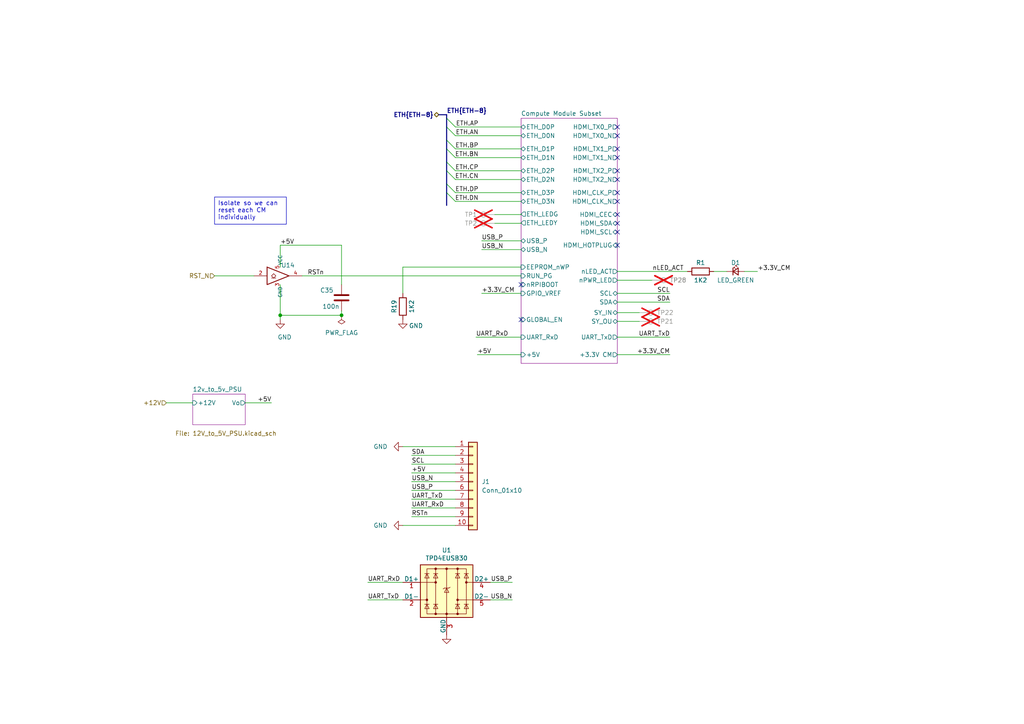
<source format=kicad_sch>
(kicad_sch (version 20231120) (generator "eeschema") (generator_version "8.0")
  (paper "A4")
  (title_block (title "Hexa-Pi") (date "2024-01/02") (rev "1.0") (company "Coxyz") (comment 1 "fjc"))
  (lib_symbols
    (symbol "CM4IO:74LVC1G07_copy"
      (property "Reference" "U" (at -2.54 3.81 0))
      (property "Value" "74LVC1G07_copy" (at 0 -3.81 0))
      (symbol "74LVC1G07_copy_0_1"
        (polyline (pts (xy -2.54 -0.635) (xy -1.27 -0.635)))
        (polyline (pts (xy -3.81 2.54) (xy -3.81 -2.54) (xy 2.54 0) (xy -3.81 2.54)) (stroke (width 0.254)))
        (polyline (pts (xy -1.905 0.635) (xy -2.54 0) (xy -1.905 -0.635) (xy -1.27 0) (xy -1.905 0.635)))
      )
      (symbol "74LVC1G07_copy_1_1"
        (pin input line (at -7.62 0 0) (length 3.81) (name "~") (number "2"))
        (pin power_in line (at 0 -2.54 270) (length 0) (name "GND") (number "3"))
        (pin open_collector line (at 6.35 0 180) (length 3.81) (name "~") (number "4"))
        (pin power_in line (at 0 2.54 90) (length 0) (name "VCC") (number "5"))
      )
    )
    (symbol "CM4IO:TPD4EUSB30" (pin_names (offset 0))
      (property "Reference" "U" (at -0.635 8.89 0))
      (property "Value" "TPD4EUSB30" (at 8.89 -10.16 0))
      (symbol "TPD4EUSB30_0_0"
        (rectangle (start -5.715 6.477) (end 5.715 -6.604))
        (polyline (pts (xy -3.175 -6.604) (xy -3.175 6.477)))
        (polyline (pts (xy 0 6.477) (xy 0 -6.604)))
        (polyline (pts (xy 3.175 6.477) (xy 3.175 -6.604)))
      )
      (symbol "TPD4EUSB30_0_1"
        (rectangle (start -7.62 7.62) (end 7.62 -7.62) (stroke (width 0.254)) (fill (type background)))
        (circle (center -5.715 -2.54) (radius 0.2794) (fill (type outline)))
        (circle (center -3.175 -6.604) (radius 0.2794) (fill (type outline)))
        (circle (center -3.175 2.54) (radius 0.2794) (fill (type outline)))
        (circle (center -3.175 6.477) (radius 0.2794) (fill (type outline)))
        (circle (center 0 -6.604) (radius 0.2794) (fill (type outline)))
        (polyline (pts (xy -7.747 2.54) (xy -3.175 2.54)))
        (polyline (pts (xy -7.62 -2.54) (xy -5.715 -2.54)))
        (polyline (pts (xy -5.08 -3.81) (xy -6.35 -3.81)))
        (polyline (pts (xy -5.08 5.08) (xy -6.35 5.08)))
        (polyline (pts (xy -2.54 -3.81) (xy -3.81 -3.81)))
        (polyline (pts (xy -2.54 5.08) (xy -3.81 5.08)))
        (polyline (pts (xy -0.635 0.889) (xy -1.016 0.635)))
        (polyline (pts (xy 0 -6.604) (xy 0 -7.62)))
        (polyline (pts (xy 0.635 0.889) (xy -0.635 0.889)))
        (polyline (pts (xy 0.635 0.889) (xy 1.016 1.143)))
        (polyline (pts (xy 3.81 -3.81) (xy 2.54 -3.81)))
        (polyline (pts (xy 3.81 5.08) (xy 2.54 5.08)))
        (polyline (pts (xy 6.35 -3.81) (xy 5.08 -3.81)))
        (polyline (pts (xy 6.35 5.08) (xy 5.08 5.08)))
        (polyline (pts (xy 7.62 -2.54) (xy 3.175 -2.54)))
        (polyline (pts (xy 7.62 2.54) (xy 5.715 2.54)))
        (polyline (pts (xy -5.08 -5.08) (xy -6.35 -5.08) (xy -5.715 -3.81) (xy -5.08 -5.08)))
        (polyline (pts (xy -5.08 3.81) (xy -6.35 3.81) (xy -5.715 5.08) (xy -5.08 3.81)))
        (polyline (pts (xy -2.54 -5.08) (xy -3.81 -5.08) (xy -3.175 -3.81) (xy -2.54 -5.08)))
        (polyline (pts (xy -2.54 3.81) (xy -3.81 3.81) (xy -3.175 5.08) (xy -2.54 3.81)))
        (polyline (pts (xy 0.635 -0.381) (xy -0.635 -0.381) (xy 0 0.889) (xy 0.635 -0.381)))
        (polyline (pts (xy 3.81 -5.08) (xy 2.54 -5.08) (xy 3.175 -3.81) (xy 3.81 -5.08)))
        (polyline (pts (xy 3.81 3.81) (xy 2.54 3.81) (xy 3.175 5.08) (xy 3.81 3.81)))
        (polyline (pts (xy 6.35 -5.08) (xy 5.08 -5.08) (xy 5.715 -3.81) (xy 6.35 -5.08)))
        (polyline (pts (xy 6.35 3.81) (xy 5.08 3.81) (xy 5.715 5.08) (xy 6.35 3.81)))
        (circle (center 0 6.477) (radius 0.2794) (fill (type outline)))
        (circle (center 3.175 -6.604) (radius 0.2794) (fill (type outline)))
        (circle (center 3.175 -2.54) (radius 0.2794) (fill (type outline)))
        (circle (center 3.175 6.477) (radius 0.2794) (fill (type outline)))
        (circle (center 5.715 2.54) (radius 0.2794) (fill (type outline)))
      )
      (symbol "TPD4EUSB30_1_1"
        (pin passive line (at -12.7 2.54 0) (length 5.08) (name "D1+") (number "1"))
        (pin passive line (at -12.7 2.54 0) (length 5.08) hide (name "~") (number "10"))
        (pin passive line (at -12.7 -2.54 0) (length 5.08) (name "D1-") (number "2"))
        (pin power_in line (at 0 -12.7 90) (length 5.08) (name "GND") (number "3"))
        (pin passive line (at 12.7 2.54 180) (length 5.08) (name "D2+") (number "4"))
        (pin passive line (at 12.7 -2.54 180) (length 5.08) (name "D2-") (number "5"))
        (pin passive line (at 12.7 -2.54 180) (length 5.08) hide (name "~") (number "6"))
        (pin passive line (at 12.7 2.54 180) (length 5.08) hide (name "~") (number "7"))
        (pin passive line (at 0 -12.7 90) (length 5.08) hide (name "GND") (number "8"))
        (pin passive line (at -12.7 -2.54 0) (length 5.08) hide (name "~") (number "9"))
      )
    )
    (symbol "Connector:TestPoint" (pin_numbers hide) (pin_names (offset 0.762) hide)
      (property "Reference" "TP" (at 0 6.858 0))
      (property "Value" "TestPoint" (at 0 5.08 0))
      (symbol "TestPoint_0_1"
        (circle (center 0 3.302) (radius 0.762))
      )
      (symbol "TestPoint_1_1"
        (pin passive line (at 0 0 90) (length 2.54) (name "1") (number "1"))
      )
    )
    (symbol "Connector_Generic:Conn_01x10" (pin_names (offset 1.016) hide)
      (property "Reference" "J" (at 0 12.7 0))
      (property "Value" "Conn_01x10" (at 0 -15.24 0))
      (symbol "Conn_01x10_1_1"
        (rectangle (start -1.27 -12.573) (end 0 -12.827) (stroke (width 0.1524)))
        (rectangle (start -1.27 -10.033) (end 0 -10.287) (stroke (width 0.1524)))
        (rectangle (start -1.27 -7.493) (end 0 -7.747) (stroke (width 0.1524)))
        (rectangle (start -1.27 -4.953) (end 0 -5.207) (stroke (width 0.1524)))
        (rectangle (start -1.27 -2.413) (end 0 -2.667) (stroke (width 0.1524)))
        (rectangle (start -1.27 0.127) (end 0 -0.127) (stroke (width 0.1524)))
        (rectangle (start -1.27 2.667) (end 0 2.413) (stroke (width 0.1524)))
        (rectangle (start -1.27 5.207) (end 0 4.953) (stroke (width 0.1524)))
        (rectangle (start -1.27 7.747) (end 0 7.493) (stroke (width 0.1524)))
        (rectangle (start -1.27 10.287) (end 0 10.033) (stroke (width 0.1524)))
        (rectangle (start -1.27 11.43) (end 1.27 -13.97) (stroke (width 0.254)) (fill (type background)))
        (pin passive line (at -5.08 10.16 0) (length 3.81) (name "Pin_1") (number "1"))
        (pin passive line (at -5.08 -12.7 0) (length 3.81) (name "Pin_10") (number "10"))
        (pin passive line (at -5.08 7.62 0) (length 3.81) (name "Pin_2") (number "2"))
        (pin passive line (at -5.08 5.08 0) (length 3.81) (name "Pin_3") (number "3"))
        (pin passive line (at -5.08 2.54 0) (length 3.81) (name "Pin_4") (number "4"))
        (pin passive line (at -5.08 0 0) (length 3.81) (name "Pin_5") (number "5"))
        (pin passive line (at -5.08 -2.54 0) (length 3.81) (name "Pin_6") (number "6"))
        (pin passive line (at -5.08 -5.08 0) (length 3.81) (name "Pin_7") (number "7"))
        (pin passive line (at -5.08 -7.62 0) (length 3.81) (name "Pin_8") (number "8"))
        (pin passive line (at -5.08 -10.16 0) (length 3.81) (name "Pin_9") (number "9"))
      )
    )
    (symbol "Device:C" (pin_numbers hide) (pin_names (offset 0.254))
      (property "Reference" "C" (at 0.635 2.54 0))
      (property "Value" "C" (at 0.635 -2.54 0))
      (symbol "C_0_1"
        (polyline (pts (xy -2.032 -0.762) (xy 2.032 -0.762)) (stroke (width 0.508)))
        (polyline (pts (xy -2.032 0.762) (xy 2.032 0.762)) (stroke (width 0.508)))
      )
      (symbol "C_1_1"
        (pin passive line (at 0 3.81 270) (length 2.794) (name "~") (number "1"))
        (pin passive line (at 0 -3.81 90) (length 2.794) (name "~") (number "2"))
      )
    )
    (symbol "Device:LED_Small" (pin_numbers hide) (pin_names (offset 0.254) hide)
      (property "Reference" "D" (at -1.27 3.175 0))
      (property "Value" "LED_Small" (at -4.445 -2.54 0))
      (symbol "LED_Small_0_1"
        (polyline (pts (xy -0.762 -1.016) (xy -0.762 1.016)) (stroke (width 0.254)))
        (polyline (pts (xy 1.016 0) (xy -0.762 0)))
        (polyline (pts (xy 0.762 -1.016) (xy -0.762 0) (xy 0.762 1.016) (xy 0.762 -1.016)) (stroke (width 0.254)))
        (polyline (pts (xy 0 0.762) (xy -0.508 1.27) (xy -0.254 1.27) (xy -0.508 1.27) (xy -0.508 1.016)))
        (polyline (pts (xy 0.508 1.27) (xy 0 1.778) (xy 0.254 1.778) (xy 0 1.778) (xy 0 1.524)))
      )
      (symbol "LED_Small_1_1"
        (pin passive line (at -2.54 0 0) (length 1.778) (name "K") (number "1"))
        (pin passive line (at 2.54 0 180) (length 1.778) (name "A") (number "2"))
      )
    )
    (symbol "Device:R" (pin_numbers hide) (pin_names (offset 0))
      (property "Reference" "R" (at 2.032 0 90))
      (property "Value" "R" (at 0 0 90))
      (symbol "R_0_1"
        (rectangle (start -1.016 -2.54) (end 1.016 2.54) (stroke (width 0.254)))
      )
      (symbol "R_1_1"
        (pin passive line (at 0 3.81 270) (length 1.27) (name "~") (number "1"))
        (pin passive line (at 0 -3.81 90) (length 1.27) (name "~") (number "2"))
      )
    )
    (symbol "power:GND" (power) (pin_names (offset 0))
      (property "Value" "GND" (at 0 -3.81 0))
      (symbol "GND_0_1"
        (polyline (pts (xy 0 0) (xy 0 -1.27) (xy 1.27 -1.27) (xy 0 -2.54) (xy -1.27 -1.27) (xy 0 -1.27)))
      )
      (symbol "GND_1_1"
        (pin power_in line (at 0 0 270) (length 0) hide (name "GND") (number "1"))
      )
    )
    (symbol "power:PWR_FLAG" (power) (pin_numbers hide) (pin_names (offset 0) hide)
      (property "Value" "PWR_FLAG" (at 0 3.81 0))
      (symbol "PWR_FLAG_0_0"
        (pin power_out line (at 0 0 90) (length 0) (name "pwr") (number "1"))
      )
      (symbol "PWR_FLAG_0_1"
        (polyline (pts (xy 0 0) (xy 0 1.27) (xy -1.016 1.905) (xy 0 2.54) (xy 1.016 1.905) (xy 0 1.27)))
      )
    )
  )
  (bus_alias "ETH-8" (members "AP" "AN" "BP" "BN" "CP" "CN" "DP" "DN"))
  (junction (at 81.28 91.44))
  (junction (at 99.06 91.44))
  (no_connect (at 179.07 64.77))
  (no_connect (at 151.13 92.71))
  (no_connect (at 179.07 67.31))
  (no_connect (at 179.07 36.83))
  (no_connect (at 179.07 71.12))
  (no_connect (at 179.07 55.88))
  (no_connect (at 179.07 49.53))
  (no_connect (at 151.13 82.55))
  (no_connect (at 179.07 43.18))
  (no_connect (at 179.07 45.72))
  (no_connect (at 179.07 62.23))
  (no_connect (at 179.07 39.37))
  (no_connect (at 179.07 52.07))
  (no_connect (at 179.07 58.42))
  (bus_entry (at 129.54 40.64) (size 2.54 2.54))
  (bus_entry (at 129.54 49.53) (size 2.54 2.54))
  (bus_entry (at 129.54 53.34) (size 2.54 2.54))
  (bus_entry (at 129.54 43.18) (size 2.54 2.54))
  (bus_entry (at 129.54 34.29) (size 2.54 2.54))
  (bus_entry (at 129.54 36.83) (size 2.54 2.54))
  (bus_entry (at 129.54 55.88) (size 2.54 2.54))
  (bus_entry (at 129.54 46.99) (size 2.54 2.54))
  (bus (pts (xy 129.54 53.34) (xy 129.54 55.88)))
  (wire (pts (xy 132.08 49.53) (xy 151.13 49.53)))
  (wire (pts (xy 119.38 139.7) (xy 132.08 139.7)))
  (wire (pts (xy 99.06 90.17) (xy 99.06 91.44)))
  (wire (pts (xy 179.07 85.09) (xy 194.31 85.09)))
  (wire (pts (xy 142.24 168.91) (xy 148.59 168.91)))
  (wire (pts (xy 179.07 102.87) (xy 194.31 102.87)))
  (wire (pts (xy 81.28 77.47) (xy 81.28 71.12)))
  (wire (pts (xy 119.38 134.62) (xy 132.08 134.62)))
  (wire (pts (xy 116.84 77.47) (xy 116.84 85.09)))
  (wire (pts (xy 142.24 173.99) (xy 148.59 173.99)))
  (wire (pts (xy 119.38 149.86) (xy 132.08 149.86)))
  (wire (pts (xy 215.9 78.74) (xy 219.71 78.74)))
  (wire (pts (xy 62.23 80.01) (xy 73.66 80.01)))
  (wire (pts (xy 143.51 62.23) (xy 151.13 62.23)))
  (wire (pts (xy 81.28 82.55) (xy 81.28 91.44)))
  (wire (pts (xy 132.08 39.37) (xy 151.13 39.37)))
  (wire (pts (xy 99.06 91.44) (xy 81.28 91.44)))
  (bus (pts (xy 129.54 46.99) (xy 129.54 49.53)))
  (bus (pts (xy 129.54 43.18) (xy 129.54 46.99)))
  (wire (pts (xy 99.06 82.55) (xy 99.06 71.12)))
  (wire (pts (xy 132.08 36.83) (xy 151.13 36.83)))
  (wire (pts (xy 210.82 78.74) (xy 207.01 78.74)))
  (wire (pts (xy 139.7 69.85) (xy 151.13 69.85)))
  (wire (pts (xy 189.1646 81.28) (xy 189.1646 81.2641)))
  (wire (pts (xy 179.07 78.74) (xy 199.39 78.74)))
  (wire (pts (xy 119.38 144.78) (xy 132.08 144.78)))
  (wire (pts (xy 132.08 52.07) (xy 151.13 52.07)))
  (wire (pts (xy 116.84 129.54) (xy 132.08 129.54)))
  (wire (pts (xy 81.28 91.44) (xy 81.28 92.71)))
  (wire (pts (xy 179.07 81.28) (xy 189.1646 81.28)))
  (wire (pts (xy 71.12 116.84) (xy 78.74 116.84)))
  (bus (pts (xy 129.54 33.274) (xy 129.54 34.29)))
  (bus (pts (xy 129.54 55.88) (xy 129.54 59.563)))
  (wire (pts (xy 139.7 72.39) (xy 151.13 72.39)))
  (wire (pts (xy 106.68 173.99) (xy 116.84 173.99)))
  (wire (pts (xy 116.84 152.4) (xy 132.08 152.4)))
  (wire (pts (xy 116.84 77.47) (xy 151.13 77.47)))
  (wire (pts (xy 119.38 147.32) (xy 132.08 147.32)))
  (wire (pts (xy 179.07 93.218) (xy 185.42 93.218)))
  (wire (pts (xy 48.26 116.84) (xy 55.88 116.84)))
  (wire (pts (xy 132.08 43.18) (xy 151.13 43.18)))
  (wire (pts (xy 119.38 137.16) (xy 132.08 137.16)))
  (wire (pts (xy 132.08 45.72) (xy 151.13 45.72)))
  (wire (pts (xy 179.07 97.79) (xy 194.31 97.79)))
  (bus (pts (xy 129.54 34.29) (xy 129.54 36.83)))
  (wire (pts (xy 138.049 97.79) (xy 151.13 97.79)))
  (bus (pts (xy 129.54 36.83) (xy 129.54 40.64)))
  (wire (pts (xy 138.43 102.87) (xy 151.13 102.87)))
  (wire (pts (xy 151.13 62.23) (xy 151.13 62.103)))
  (wire (pts (xy 119.38 132.08) (xy 132.08 132.08)))
  (wire (pts (xy 143.51 64.77) (xy 151.13 64.77)))
  (wire (pts (xy 119.38 142.24) (xy 132.08 142.24)))
  (wire (pts (xy 139.7 85.09) (xy 151.13 85.09)))
  (bus (pts (xy 127.254 33.274) (xy 129.54 33.274)))
  (wire (pts (xy 151.13 64.77) (xy 151.13 64.643)))
  (wire (pts (xy 132.08 55.88) (xy 151.13 55.88)))
  (wire (pts (xy 99.06 71.12) (xy 81.28 71.12)))
  (wire (pts (xy 87.63 80.01) (xy 151.13 80.01)))
  (wire (pts (xy 132.08 58.42) (xy 151.13 58.42)))
  (wire (pts (xy 179.07 87.63) (xy 194.31 87.63)))
  (bus (pts (xy 129.54 40.64) (xy 129.54 43.18)))
  (bus (pts (xy 129.54 49.53) (xy 129.54 53.34)))
  (wire (pts (xy 106.68 168.91) (xy 116.84 168.91)))
  (wire (pts (xy 179.07 90.678) (xy 185.42 90.678)))
  (text_box "Isolate so we can\nreset each CM individually" (at 62.23 57.15 0) (size 20.828 7.874) (effects (font (size 1.27 1.27)) (justify left top)))
  (label "ETH.BP" (at 138.811 43.18 180))
  (label "USB_N" (at 139.7 72.39 0))
  (label "UART_RxD" (at 119.38 147.32 0))
  (label "ETH.BN" (at 138.811 45.72 180))
  (label "+3.3V_CM" (at 194.31 102.87 180))
  (label "UART_RxD" (at 106.68 168.91 0))
  (label "UART_TxD" (at 106.68 173.99 0))
  (label "+3.3V_CM" (at 139.7 85.09 0))
  (label "+5V" (at 119.38 137.16 0))
  (label "USB_N" (at 148.59 173.99 180))
  (label "ETH{ETH-8}" (at 129.54 33.274 0) (effects (font (bold yes))))
  (label "SCL" (at 194.31 85.09 180))
  (label "USB_P" (at 148.59 168.91 180))
  (label "+5V" (at 81.28 71.12 0))
  (label "ETH.DP" (at 138.811 55.88 180))
  (label "UART_TxD" (at 119.38 144.78 0))
  (label "+3.3V_CM" (at 219.71 78.74 0))
  (label "RSTn" (at 119.38 149.86 0))
  (label "USB_P" (at 139.7 69.85 0))
  (label "nLED_ACT" (at 189.23 78.74 0))
  (label "SDA" (at 119.38 132.08 0))
  (label "SDA" (at 194.31 87.63 180))
  (label "ETH.DN" (at 138.811 58.42 180))
  (label "USB_P" (at 119.38 142.24 0))
  (label "ETH.AP" (at 138.811 36.83 180))
  (label "ETH.AN" (at 138.811 39.37 180))
  (label "+5V" (at 138.43 102.87 0))
  (label "SCL" (at 119.38 134.62 0))
  (label "+5V" (at 78.74 116.84 180))
  (label "ETH.CN" (at 138.811 52.07 180))
  (label "RSTn" (at 93.98 80.01 180))
  (label "UART_RxD" (at 138.049 97.79 0))
  (label "ETH.CP" (at 138.811 49.53 180))
  (label "UART_TxD" (at 194.31 97.79 180))
  (label "USB_N" (at 119.38 139.7 0))
  (hierarchical_label "ETH{ETH-8}" (shape bidirectional) (at 127.254 33.274 180) (effects (font (bold yes))))
  (hierarchical_label "+12V" (shape input) (at 48.26 116.84 180))
  (hierarchical_label "RST_N" (shape input) (at 62.23 80.01 180))
  (symbol (lib_id "Device:R") (at 203.2 78.74 90) (unit 1)
    (property "Reference" "R1" (at 203.2 76.2 90))
    (property "Value" "1K2" (at 203.2 81.28 90))
    (property "Footprint" "Resistor_SMD:R_0603_1608Metric" (effects (hide yes)))
    (property "LCSC Part #" "C22765" (effects (hide yes)))
    (property "Part Description" "100mW ±1% 1.2kΩ 0603 Chip Resistor - Surface Mount" (effects (hide yes)))
    (instances (project "Hexa-Pi_1.1" (path "" (reference "R1") (unit 1)) (path "" (reference "R2") (unit 1)) (path "" (reference "R4") (unit 1)) (path "" (reference "R5") (unit 1)) (path "" (reference "R3") (unit 1))))
  )
  (symbol (lib_id "CM4IO:74LVC1G07_copy") (at 81.28 80.01 0) (unit 1)
    (property "Reference" "U14" (at 83.528 76.9303 0))
    (property "Value" "74LVC1G07SE-7" (effects (hide yes)))
    (property "Footprint" "Package_TO_SOT_SMD:SOT-353_SC-70-5" (effects (hide yes)))
    (property "Datasheet" "https://www.diodes.com/assets/Datasheets/74LVC1G07.pdf" (effects (hide yes)))
    (property "LCSC Part #" "C7830" (effects (hide yes)))
    (property "Part Description" "1 32mA 1.65V~5.5V 1 SC-70-5 Open Drain Buffer" (effects (hide yes)))
    (instances (project "Hexa-Pi_1.1" (path "" (reference "U14") (unit 1)) (path "" (reference "U15") (unit 1)) (path "" (reference "U21") (unit 1)) (path "" (reference "U11") (unit 1)) (path "" (reference "U9") (unit 1))))
  )
  (symbol (lib_id "power:GND") (at 116.84 92.71 0) (unit 1)
    (property "Reference" "#PWR03" (effects (hide yes)))
    (property "Value" "GND" (at 120.65 94.488 0))
    (instances (project "Hexa-Pi_1.1" (path "" (reference "#PWR03") (unit 1)) (path "" (reference "#PWR095") (unit 1)) (path "" (reference "#PWR087") (unit 1)) (path "" (reference "#PWR076") (unit 1)) (path "" (reference "#PWR063") (unit 1))))
  )
  (symbol (lib_id "Device:LED_Small") (at 213.36 78.74 0) (unit 1)
    (property "Reference" "D1" (at 213.36 76.2 0))
    (property "Value" "LED_GREEN" (at 213.36 81.28 0))
    (property "Footprint" "LED_SMD:LED_0603_1608Metric_Pad1.05x0.95mm_HandSolder" (effects (hide yes)))
    (property "Datasheet" "https://katalog.we.org" (effects (hide yes)))
    (property "LCSC Part #" "  C965805" (effects (hide yes)))
    (property "Part Description" "Emerald 0603 Light Emitting Diode" (effects (hide yes)))
    (instances (project "Hexa-Pi_1.1" (path "" (reference "D1") (unit 1)) (path "" (reference "D2") (unit 1)) (path "" (reference "D4") (unit 1)) (path "" (reference "D5") (unit 1)) (path "" (reference "D3") (unit 1))))
  )
  (symbol (lib_id "Connector:TestPoint") (at 143.51 62.23 90) (unit 1) (dnp yes)
    (property "Reference" "TP1" (at 138.43 62.23 90) (effects (justify left)))
    (property "Value" "SY_IN" (effects (hide yes)))
    (property "Footprint" "TestPoint:TestPoint_Pad_D1.0mm" (effects (hide yes)))
    (property "LCSC Part #" "DNP" (effects (hide yes)))
    (property "Part Description" "testpoint" (effects (hide yes)))
    (property "Special" "DNP" (effects (hide yes)))
    (instances (project "Hexa-Pi_1.1" (path "" (reference "TP1") (unit 1)) (path "" (reference "TP11") (unit 1)) (path "" (reference "TP9") (unit 1)) (path "" (reference "TP3") (unit 1)) (path "" (reference "TP5") (unit 1))))
  )
  (symbol (lib_id "power:GND") (at 116.84 129.54 270) (mirror x) (unit 1)
    (property "Reference" "#PWR011" (effects (hide yes)))
    (property "Value" "GND" (at 110.363 129.54 90))
    (instances (project "Hexa-Pi_1.1" (path "" (reference "#PWR011") (unit 1)) (path "" (reference "#PWR061") (unit 1)) (path "" (reference "#PWR043") (unit 1)) (path "" (reference "#PWR039") (unit 1)) (path "" (reference "#PWR036") (unit 1))))
  )
  (symbol (lib_id "Connector:TestPoint") (at 185.42 90.678 270) (unit 1) (dnp yes)
    (property "Reference" "TP22" (at 190.5 90.678 90) (effects (justify left)))
    (property "Value" "SY_IN" (effects (hide yes)))
    (property "Footprint" "TestPoint:TestPoint_Pad_D1.0mm" (effects (hide yes)))
    (property "LCSC Part #" "DNP" (effects (hide yes)))
    (property "Part Description" "testpoint" (effects (hide yes)))
    (property "Special" "DNP" (effects (hide yes)))
    (instances (project "Hexa-Pi_1.1" (path "" (reference "TP22") (unit 1)) (path "" (reference "TP45") (unit 1)) (path "" (reference "TP49") (unit 1)) (path "" (reference "TP24") (unit 1)) (path "" (reference "TP20") (unit 1))))
  )
  (symbol (lib_id "Connector_Generic:Conn_01x10") (at 137.16 139.7 0) (unit 1)
    (property "Reference" "J1" (at 139.7 139.7 0) (effects (justify left)))
    (property "Value" "Conn_01x10" (at 139.7 142.24 0) (effects (justify left)))
    (property "Footprint" "Connector_JST:JST_GH_SM10B-GHS-TB_1x10-1MP_P1.25mm_Horizontal" (effects (hide yes)))
    (property "Description" "1x10P GH 1 1.25mm male SMD" (effects (hide yes)))
    (property "LCSC Part #" "C2683602" (effects (hide yes)))
    (property "Manuf Partno" "SM10B-GHS-TB" (effects (hide yes)))
    (property "Part Description" "1x10P GH 1 1.25mm,Surface Mount，RA Wire To Board Connr" (effects (hide yes)))
    (instances (project "Hexa-Pi_1.1" (path "" (reference "J1") (unit 1)) (path "" (reference "J2") (unit 1)) (path "" (reference "J4") (unit 1)) (path "" (reference "J5") (unit 1)) (path "" (reference "J3") (unit 1))))
  )
  (symbol (lib_id "Device:R") (at 116.84 88.9 180) (unit 1)
    (property "Reference" "R19" (at 114.3 88.9 90))
    (property "Value" "1K2" (at 119.38 88.9 90))
    (property "Footprint" "Resistor_SMD:R_0603_1608Metric" (effects (hide yes)))
    (property "LCSC Part #" "C22765" (effects (hide yes)))
    (property "Part Description" "100mW ±1% 1.2kΩ 0603 Chip Resistor - Surface Mount" (effects (hide yes)))
    (instances (project "Hexa-Pi_1.1" (path "" (reference "R19") (unit 1)) (path "" (reference "R76") (unit 1)) (path "" (reference "R74") (unit 1)) (path "" (reference "R21") (unit 1)) (path "" (reference "R20") (unit 1))))
  )
  (symbol (lib_id "power:GND") (at 81.28 92.71 0) (unit 1)
    (property "Reference" "#PWR02" (effects (hide yes)))
    (property "Value" "GND" (at 82.55 97.79 0))
    (instances (project "Hexa-Pi_1.1" (path "" (reference "#PWR02") (unit 1)) (path "" (reference "#PWR094") (unit 1)) (path "" (reference "#PWR086") (unit 1)) (path "" (reference "#PWR075") (unit 1)) (path "" (reference "#PWR062") (unit 1))))
  )
  (symbol (lib_id "power:PWR_FLAG") (at 99.06 91.44 180) (unit 1)
    (property "Reference" "#FLG02" (effects (hide yes)))
    (property "Value" "PWR_FLAG" (at 99.06 96.52 0))
    (instances (project "Hexa-Pi_1.1" (path "" (reference "#FLG02") (unit 1)) (path "" (reference "#FLG06") (unit 1)) (path "" (reference "#FLG05") (unit 1)) (path "" (reference "#FLG04") (unit 1)) (path "" (reference "#FLG03") (unit 1))))
  )
  (symbol (lib_id "Device:C") (at 99.06 86.36 0) (unit 1)
    (property "Reference" "C35" (at 92.837 84.201 0) (effects (justify left)))
    (property "Value" "100n" (at 93.472 88.9 0) (effects (justify left)))
    (property "Footprint" "Capacitor_SMD:C_0402_1005Metric" (effects (hide yes)))
    (property "Datasheet" "https://search.murata.co.jp/Ceramy/image/img/A01X/G101/ENG/GRM21BR71A106KA73-01.pdf" (effects (hide yes)))
    (property "LCSC Part #" "C1525" (effects (hide yes)))
    (property "Part Description" "50V 100nF X7R ±10% 0402 Multilayer Ceramic Capacitors MLCC" (effects (hide yes)))
    (instances (project "Hexa-Pi_1.1" (path "" (reference "C35") (unit 1)) (path "" (reference "C36") (unit 1)) (path "" (reference "C113") (unit 1)) (path "" (reference "C11") (unit 1)) (path "" (reference "C9") (unit 1))))
  )
  (symbol (lib_id "Connector:TestPoint") (at 189.1646 81.2641 270) (unit 1) (dnp yes)
    (property "Reference" "TP28" (at 194.2446 81.2641 90) (effects (justify left)))
    (property "Value" "SY_IN" (effects (hide yes)))
    (property "Footprint" "TestPoint:TestPoint_Pad_D1.0mm" (effects (hide yes)))
    (property "LCSC Part #" "DNP" (effects (hide yes)))
    (property "Part Description" "testpoint" (effects (hide yes)))
    (property "Special" "DNP" (effects (hide yes)))
    (instances (project "Hexa-Pi_1.1" (path "" (reference "TP28") (unit 1)) (path "" (reference "TP54") (unit 1)) (path "" (reference "TP53") (unit 1)) (path "" (reference "TP27") (unit 1)) (path "" (reference "TP29") (unit 1))))
  )
  (symbol (lib_id "Connector:TestPoint") (at 185.42 93.218 270) (unit 1) (dnp yes)
    (property "Reference" "TP21" (at 190.5 93.218 90) (effects (justify left)))
    (property "Value" "SY_OU" (effects (hide yes)))
    (property "Footprint" "TestPoint:TestPoint_Pad_D1.0mm" (effects (hide yes)))
    (property "LCSC Part #" "DNP" (effects (hide yes)))
    (property "Part Description" "testpoint" (effects (hide yes)))
    (property "Special" "DNP" (effects (hide yes)))
    (instances (project "Hexa-Pi_1.1" (path "" (reference "TP21") (unit 1)) (path "" (reference "TP44") (unit 1)) (path "" (reference "TP48") (unit 1)) (path "" (reference "TP23") (unit 1)) (path "" (reference "TP19") (unit 1))))
  )
  (symbol (lib_id "power:GND") (at 129.54 184.15 0) (mirror y) (unit 1)
    (property "Reference" "#PWR067" (effects (hide yes)))
    (property "Value" "GND" (effects (hide yes)))
    (instances (project "Hexa-Pi_1.1" (path "" (reference "#PWR067") (unit 1)) (path "" (reference "#PWR0125") (unit 1)) (path "" (reference "#PWR0121") (unit 1)) (path "" (reference "#PWR099") (unit 1)) (path "" (reference "#PWR091") (unit 1))))
  )
  (symbol (lib_id "CM4IO:TPD4EUSB30") (at 129.54 171.45 0) (unit 1)
    (property "Reference" "U1" (at 129.54 159.5882 0))
    (property "Value" "TPD4EUSB30" (at 129.54 161.8996 0))
    (property "Footprint" "Package_SON:USON-10_2.5x1.0mm_P0.5mm" (effects (hide yes)))
    (property "Datasheet" "http://www.ti.com/lit/ds/symlink/tpd2eusb30a.pdf" (effects (hide yes)))
    (property "LCSC Part #" "C558427" (effects (hide yes)))
    (property "Part Description" "DFN2510-10 Electrostatic and Surge Protection *4 (TVS/ESD)" (effects (hide yes)))
    (instances (project "Hexa-Pi_1.1" (path "" (reference "U1") (unit 1)) (path "" (reference "U2") (unit 1)) (path "" (reference "U4") (unit 1)) (path "" (reference "U6") (unit 1)) (path "" (reference "U3") (unit 1))))
  )
  (symbol (lib_id "Connector:TestPoint") (at 143.51 64.77 90) (unit 1) (dnp yes)
    (property "Reference" "TP2" (at 138.43 64.77 90) (effects (justify left)))
    (property "Value" "SY_IN" (effects (hide yes)))
    (property "Footprint" "TestPoint:TestPoint_Pad_D1.0mm" (effects (hide yes)))
    (property "LCSC Part #" "DNP" (effects (hide yes)))
    (property "Part Description" "testpoint" (effects (hide yes)))
    (property "Special" "DNP" (effects (hide yes)))
    (instances (project "Hexa-Pi_1.1" (path "" (reference "TP2") (unit 1)) (path "" (reference "TP12") (unit 1)) (path "" (reference "TP10") (unit 1)) (path "" (reference "TP4") (unit 1)) (path "" (reference "TP6") (unit 1))))
  )
  (symbol (lib_id "power:GND") (at 116.84 152.4 270) (mirror x) (unit 1)
    (property "Reference" "#PWR04" (effects (hide yes)))
    (property "Value" "GND" (at 110.363 152.4 90))
    (instances (project "Hexa-Pi_1.1" (path "" (reference "#PWR04") (unit 1)) (path "" (reference "#PWR096") (unit 1)) (path "" (reference "#PWR088") (unit 1)) (path "" (reference "#PWR077") (unit 1)) (path "" (reference "#PWR064") (unit 1))))
  )
  (sheet (at 151.13 34.29) (size 27.94 71.12) (stroke (width 0.001) (color 132 0 132 1)) (fill (color 255 255 255 0.0000))
    (property "Sheetname" "Compute Module Subset" (at 151.13 33.6541 0) (effects (justify left bottom)))
    (property "Sheetfile" "cm-sum.kicad_sch" (effects (hide yes)))
    (pin "GLOBAL_EN" input (at 151.13 92.71 180))
    (pin "+3.3V CM" output (at 179.07 102.87 0))
    (pin "+5V" input (at 151.13 102.87 180))
    (pin "ETH_D2P" bidirectional (at 151.13 49.53 180))
    (pin "ETH_D3P" bidirectional (at 151.13 55.88 180))
    (pin "ETH_D3N" bidirectional (at 151.13 58.42 180))
    (pin "ETH_D2N" bidirectional (at 151.13 52.07 180))
    (pin "nLED_ACT" output (at 179.07 78.74 0))
    (pin "ETH_LEDG" output (at 151.13 62.103 180))
    (pin "ETH_LEDY" output (at 151.13 64.643 180))
    (pin "ETH_D0N" bidirectional (at 151.13 39.37 180))
    (pin "ETH_D1N" bidirectional (at 151.13 45.72 180))
    (pin "ETH_D1P" bidirectional (at 151.13 43.18 180))
    (pin "ETH_D0P" bidirectional (at 151.13 36.83 180))
    (pin "HDMI_SDA" bidirectional (at 179.07 64.77 0))
    (pin "HDMI_CEC" bidirectional (at 179.07 62.23 0))
    (pin "HDMI_HOTPLUG" input (at 179.07 71.12 0))
    (pin "USB_N" bidirectional (at 151.13 72.39 180))
    (pin "USB_P" bidirectional (at 151.13 69.85 180))
    (pin "GPIO_VREF" input (at 151.13 85.09 180))
    (pin "RUN_PG" input (at 151.13 80.01 180))
    (pin "EEPROM_nWP" input (at 151.13 77.47 180))
    (pin "HDMI_SCL" bidirectional (at 179.07 67.31 0))
    (pin "HDMI_TX0_P" output (at 179.07 36.83 0))
    (pin "HDMI_TX0_N" output (at 179.07 39.37 0))
    (pin "HDMI_CLK_P" output (at 179.07 55.88 0))
    (pin "HDMI_CLK_N" output (at 179.07 58.42 0))
    (pin "HDMI_TX1_N" output (at 179.07 45.72 0))
    (pin "HDMI_TX1_P" output (at 179.07 43.18 0))
    (pin "HDMI_TX2_N" output (at 179.07 52.07 0))
    (pin "HDMI_TX2_P" output (at 179.07 49.53 0))
    (pin "nPWR_LED" output (at 179.07 81.28 0))
    (pin "nRPIBOOT" input (at 151.13 82.55 180))
    (pin "UART_TxD" output (at 179.07 97.79 0))
    (pin "UART_RxD" input (at 151.13 97.79 180))
    (pin "SY_OU" bidirectional (at 179.07 93.218 0))
    (pin "SY_IN" bidirectional (at 179.07 90.678 0))
    (pin "SCL" bidirectional (at 179.07 85.09 0))
    (pin "SDA" bidirectional (at 179.07 87.63 0))
  )
  (sheet (at 55.88 114.3) (size 15.24 8.89) (stroke (width 0.001) (color 132 0 132 1)) (fill (color 255 255 255 0.0000))
    (property "Sheetname" "12v_to_5v_PSU" (at 55.88 113.664 0) (effects (justify left bottom)))
    (property "Sheetfile" "12V_to_5V_PSU.kicad_sch" (at 50.8 124.969 0) (effects (justify left top)))
    (pin "+12V" input (at 55.88 116.84 180))
    (pin "Vo" output (at 71.12 116.84 0))
  )
)
</source>
